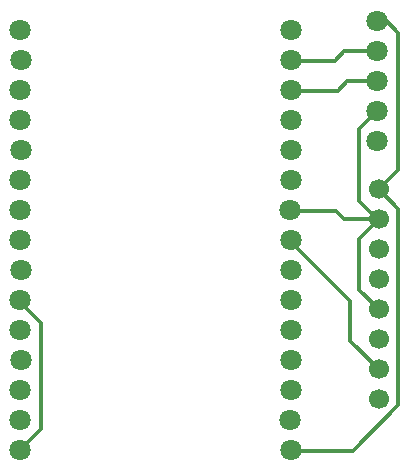
<source format=gtl>
G04*
G04 #@! TF.GenerationSoftware,Altium Limited,Altium Designer,19.1.7 (138)*
G04*
G04 Layer_Physical_Order=1*
G04 Layer_Color=255*
%FSLAX25Y25*%
%MOIN*%
G70*
G01*
G75*
%ADD13C,0.01181*%
%ADD14C,0.01000*%
%ADD15C,0.07087*%
%ADD16C,0.06693*%
D13*
X149000Y178126D02*
Y243426D01*
X142400Y250026D02*
X149000Y243426D01*
X133800Y162926D02*
X149000Y178126D01*
X112750Y242776D02*
X128350D01*
X112700Y242826D02*
X112750Y242776D01*
X22700Y212926D02*
X30000Y205626D01*
X136000Y270126D02*
X141900Y276026D01*
X136000Y246126D02*
Y270126D01*
Y246126D02*
X142000Y240126D01*
X112800Y282926D02*
X128800D01*
X112800Y292926D02*
X127800D01*
X112800Y232926D02*
X133000Y212726D01*
Y199426D02*
X142400Y190026D01*
X133000Y199426D02*
Y212726D01*
X136000Y216426D02*
Y233626D01*
Y216426D02*
X142400Y210026D01*
X136000Y233626D02*
X142500Y240126D01*
X131000D02*
X142000D01*
X128350Y242776D02*
X131000Y240126D01*
X131900Y286026D02*
X141900D01*
X128800Y282926D02*
X131900Y286026D01*
X112800Y162926D02*
X133800D01*
X145100Y306026D02*
X149000Y302126D01*
Y256626D02*
Y302126D01*
X142400Y250026D02*
X149000Y256626D01*
X30000Y170126D02*
Y205626D01*
X23000Y163126D02*
X30000Y170126D01*
X112750Y242776D02*
X113000Y243026D01*
X22800Y162926D02*
X23000Y163126D01*
X22700Y162926D02*
X22800D01*
X142000Y240126D02*
X142500D01*
X141900Y306026D02*
X145100D01*
X127800Y292926D02*
X131000Y296126D01*
X142000D01*
D14*
X23000Y162126D02*
Y163126D01*
D15*
X113100Y233126D02*
D03*
Y223126D02*
D03*
Y213126D02*
D03*
Y203126D02*
D03*
Y193126D02*
D03*
Y183126D02*
D03*
X113000Y173026D02*
D03*
X113100Y163126D02*
D03*
Y303126D02*
D03*
Y293126D02*
D03*
Y283126D02*
D03*
Y273126D02*
D03*
Y263126D02*
D03*
Y253126D02*
D03*
X113000Y243026D02*
D03*
X23000Y233126D02*
D03*
Y243126D02*
D03*
Y253126D02*
D03*
X23100Y263126D02*
D03*
X23000Y273126D02*
D03*
Y283126D02*
D03*
X23100Y293226D02*
D03*
X23000Y303126D02*
D03*
Y163126D02*
D03*
Y173126D02*
D03*
Y183126D02*
D03*
X23100Y193126D02*
D03*
X23000Y203126D02*
D03*
Y213126D02*
D03*
X23100Y223226D02*
D03*
X141900Y306026D02*
D03*
X142000Y296126D02*
D03*
X141900Y286026D02*
D03*
Y276026D02*
D03*
X142000Y266026D02*
D03*
D16*
X142400Y250026D02*
D03*
X142500Y240126D02*
D03*
X142400Y230026D02*
D03*
Y220026D02*
D03*
Y210026D02*
D03*
Y200026D02*
D03*
Y190026D02*
D03*
Y180026D02*
D03*
M02*

</source>
